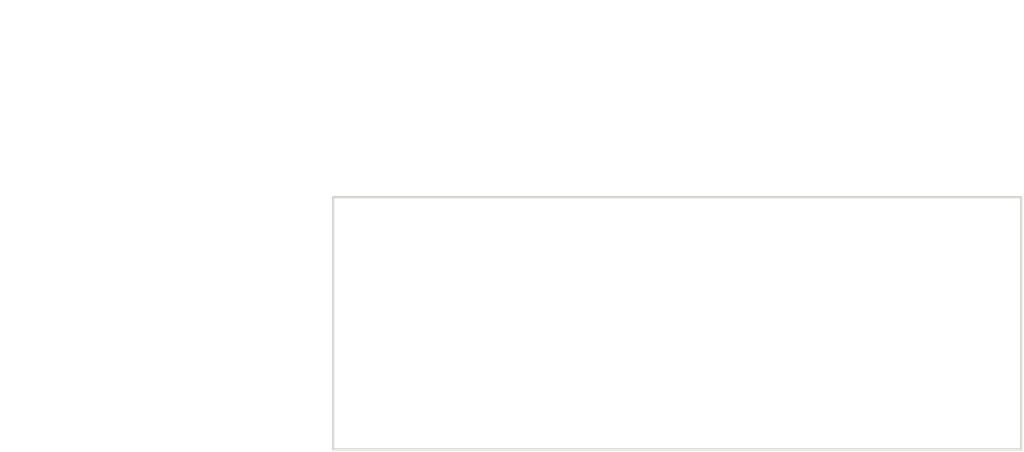
<source format=kicad_pcb>
(kicad_pcb (version 20171130) (host pcbnew 5.1.12-84ad8e8a86~92~ubuntu18.04.1)

  (general
    (thickness 1.6)
    (drawings 6)
    (tracks 0)
    (zones 0)
    (modules 0)
    (nets 1)
  )

  (page A4)
  (layers
    (0 F.Cu signal)
    (31 B.Cu signal)
    (32 B.Adhes user)
    (33 F.Adhes user)
    (34 B.Paste user)
    (35 F.Paste user)
    (36 B.SilkS user)
    (37 F.SilkS user)
    (38 B.Mask user)
    (39 F.Mask user)
    (40 Dwgs.User user)
    (41 Cmts.User user)
    (42 Eco1.User user)
    (43 Eco2.User user)
    (44 Edge.Cuts user)
    (45 Margin user)
    (46 B.CrtYd user)
    (47 F.CrtYd user)
    (48 B.Fab user)
    (49 F.Fab user)
  )

  (setup
    (last_trace_width 0.25)
    (trace_clearance 0.2)
    (zone_clearance 0.508)
    (zone_45_only no)
    (trace_min 0.2)
    (via_size 0.8)
    (via_drill 0.4)
    (via_min_size 0.4)
    (via_min_drill 0.3)
    (uvia_size 0.3)
    (uvia_drill 0.1)
    (uvias_allowed no)
    (uvia_min_size 0.2)
    (uvia_min_drill 0.1)
    (edge_width 0.05)
    (segment_width 0.2)
    (pcb_text_width 0.3)
    (pcb_text_size 1.5 1.5)
    (mod_edge_width 0.12)
    (mod_text_size 1 1)
    (mod_text_width 0.15)
    (pad_size 1.524 1.524)
    (pad_drill 0.762)
    (pad_to_mask_clearance 0)
    (aux_axis_origin 0 0)
    (visible_elements FFFFFF7F)
    (pcbplotparams
      (layerselection 0x010fc_ffffffff)
      (usegerberextensions false)
      (usegerberattributes true)
      (usegerberadvancedattributes true)
      (creategerberjobfile true)
      (excludeedgelayer true)
      (linewidth 0.100000)
      (plotframeref false)
      (viasonmask false)
      (mode 1)
      (useauxorigin false)
      (hpglpennumber 1)
      (hpglpenspeed 20)
      (hpglpendiameter 15.000000)
      (psnegative false)
      (psa4output false)
      (plotreference true)
      (plotvalue true)
      (plotinvisibletext false)
      (padsonsilk false)
      (subtractmaskfromsilk false)
      (outputformat 1)
      (mirror false)
      (drillshape 1)
      (scaleselection 1)
      (outputdirectory ""))
  )

  (net 0 "")

  (net_class Default "This is the default net class."
    (clearance 0.2)
    (trace_width 0.25)
    (via_dia 0.8)
    (via_drill 0.4)
    (uvia_dia 0.3)
    (uvia_drill 0.1)
  )

  (gr_line (start 65 50) (end 50 50) (layer Edge.Cuts) (width 0.05) (tstamp 64D08EC1))
  (gr_line (start 65 55.5) (end 65 50) (layer Edge.Cuts) (width 0.05))
  (gr_line (start 50 55.5) (end 65 55.5) (layer Edge.Cuts) (width 0.05))
  (gr_line (start 50 50) (end 50 55.5) (layer Edge.Cuts) (width 0.05))
  (dimension 5.5 (width 0.15) (layer Dwgs.User)
    (gr_text "5,500 mm" (at 46.4 52.75 270) (layer Dwgs.User)
      (effects (font (size 1 1) (thickness 0.15)))
    )
    (feature1 (pts (xy 50 55.5) (xy 47.113579 55.5)))
    (feature2 (pts (xy 50 50) (xy 47.113579 50)))
    (crossbar (pts (xy 47.7 50) (xy 47.7 55.5)))
    (arrow1a (pts (xy 47.7 55.5) (xy 47.113579 54.373496)))
    (arrow1b (pts (xy 47.7 55.5) (xy 48.286421 54.373496)))
    (arrow2a (pts (xy 47.7 50) (xy 47.113579 51.126504)))
    (arrow2b (pts (xy 47.7 50) (xy 48.286421 51.126504)))
  )
  (dimension 15 (width 0.15) (layer Dwgs.User)
    (gr_text "15,000 mm" (at 57.5 46.4) (layer Dwgs.User)
      (effects (font (size 1 1) (thickness 0.15)))
    )
    (feature1 (pts (xy 65 50) (xy 65 47.113579)))
    (feature2 (pts (xy 50 50) (xy 50 47.113579)))
    (crossbar (pts (xy 50 47.7) (xy 65 47.7)))
    (arrow1a (pts (xy 65 47.7) (xy 63.873496 48.286421)))
    (arrow1b (pts (xy 65 47.7) (xy 63.873496 47.113579)))
    (arrow2a (pts (xy 50 47.7) (xy 51.126504 48.286421)))
    (arrow2b (pts (xy 50 47.7) (xy 51.126504 47.113579)))
  )

)

</source>
